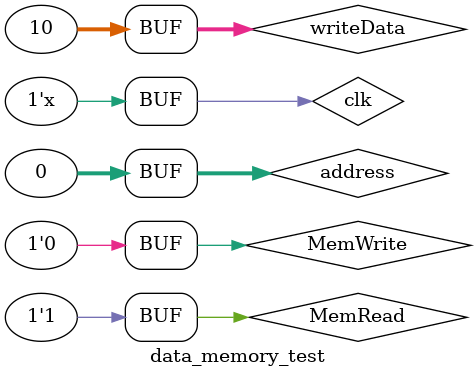
<source format=v>
`timescale 1ns / 1ps

module data_memory_test;

	// Inputs
	reg clk;
	reg [31:0] address;
	reg [31:0] writeData;
	reg MemRead;
	reg MemWrite;

	// Outputs
	wire [31:0] readData;

	// Instantiate the Unit Under Test (UUT)
	data_memory uut (
		.clk(clk), 
		.address(address), 
		.writeData(writeData), 
		.MemRead(MemRead), 
		.MemWrite(MemWrite), 
		.readData(readData)
	);
	
	initial begin
	clk = 0;
	end
	always #5 clk = ~clk;
	
	initial begin
		// Initialize Inputs
		address = 0;
		writeData = 0;
		MemRead = 0;
		MemWrite = 0;

		// Wait 100 ns for global reset to finish
		#100;
        
		// Add stimulus here
		
		address = 0;
		writeData = 10;
		MemRead = 0;
		MemWrite = 1;
		
		#50;
		
		address = 0;
		writeData = 10;
		MemRead = 1;
		MemWrite = 0;

	end
      
endmodule


</source>
